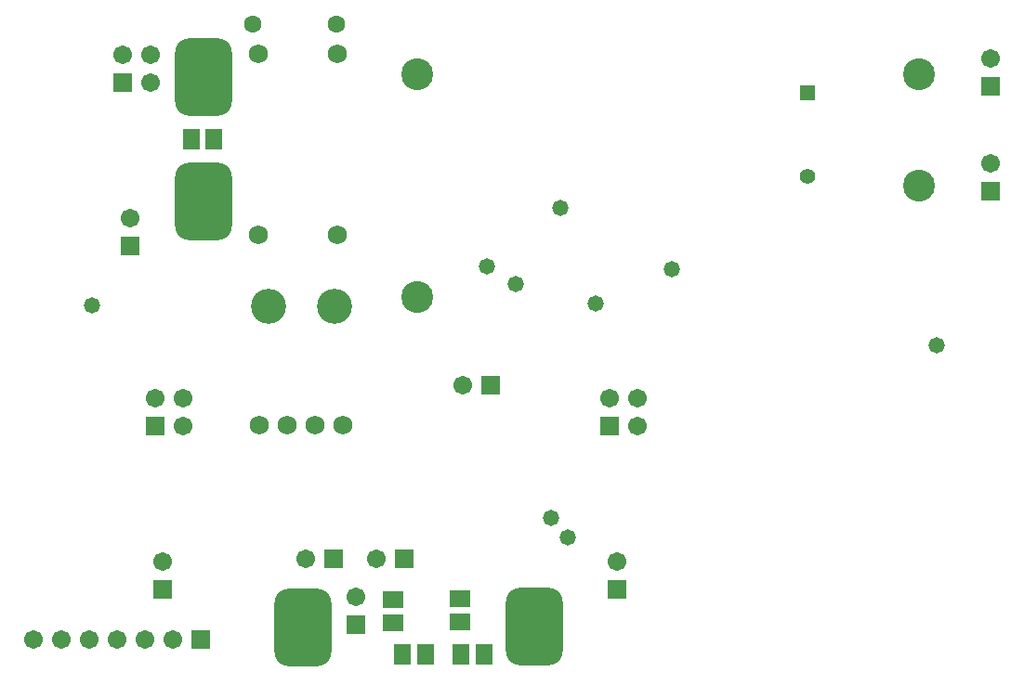
<source format=gts>
G04 Layer_Color=8388736*
%FSLAX25Y25*%
%MOIN*%
G70*
G01*
G75*
%ADD33R,0.07493X0.05839*%
G04:AMPARAMS|DCode=34|XSize=204.85mil|YSize=279.65mil|CornerRadius=53.21mil|HoleSize=0mil|Usage=FLASHONLY|Rotation=180.000|XOffset=0mil|YOffset=0mil|HoleType=Round|Shape=RoundedRectangle|*
%AMROUNDEDRECTD34*
21,1,0.20485,0.17323,0,0,180.0*
21,1,0.09843,0.27965,0,0,180.0*
1,1,0.10642,-0.04921,0.08661*
1,1,0.10642,0.04921,0.08661*
1,1,0.10642,0.04921,-0.08661*
1,1,0.10642,-0.04921,-0.08661*
%
%ADD34ROUNDEDRECTD34*%
%ADD35R,0.05839X0.07493*%
%ADD36R,0.06706X0.06706*%
%ADD37C,0.06706*%
%ADD38C,0.06800*%
%ADD39C,0.12611*%
%ADD40C,0.11430*%
%ADD41R,0.05524X0.05524*%
%ADD42C,0.05524*%
%ADD43C,0.06312*%
%ADD44R,0.06706X0.06706*%
%ADD45C,0.05800*%
D33*
X386000Y227000D02*
D03*
Y235189D02*
D03*
X410000Y235500D02*
D03*
Y227311D02*
D03*
D34*
X318000Y378279D02*
D03*
Y423000D02*
D03*
X436500Y225500D02*
D03*
X353500Y225279D02*
D03*
D35*
X418500Y215500D02*
D03*
X410311D02*
D03*
X397500D02*
D03*
X389311D02*
D03*
X313500Y400500D02*
D03*
X321689D02*
D03*
D36*
X466075Y238854D02*
D03*
X600331Y382000D02*
D03*
Y419500D02*
D03*
X303075Y238854D02*
D03*
X291575Y362354D02*
D03*
X463398Y297488D02*
D03*
X300398D02*
D03*
X288898Y420988D02*
D03*
X372500Y226279D02*
D03*
D37*
X466075Y248854D02*
D03*
X600331Y392000D02*
D03*
Y429500D02*
D03*
X303075Y248854D02*
D03*
X291575Y372354D02*
D03*
X473398Y307488D02*
D03*
X463398D02*
D03*
X473398Y297488D02*
D03*
X310398Y307488D02*
D03*
X300398D02*
D03*
X310398Y297488D02*
D03*
X298898Y430988D02*
D03*
X288898D02*
D03*
X298898Y420988D02*
D03*
X372500Y236280D02*
D03*
X354500Y249780D02*
D03*
X411000Y312280D02*
D03*
X380000Y249780D02*
D03*
X297000Y220779D02*
D03*
X307000D02*
D03*
X287000D02*
D03*
X277000D02*
D03*
X267000D02*
D03*
X257000D02*
D03*
D38*
X338000Y297779D02*
D03*
X348000D02*
D03*
X358000D02*
D03*
X368000D02*
D03*
X337500Y366319D02*
D03*
X365846D02*
D03*
X337500Y431280D02*
D03*
X365846D02*
D03*
D39*
X341189Y340496D02*
D03*
X364811D02*
D03*
D40*
X394500Y343779D02*
D03*
X574500Y383780D02*
D03*
X394500Y423779D02*
D03*
X574500D02*
D03*
D41*
X534500Y417279D02*
D03*
D42*
Y387280D02*
D03*
D43*
X365500Y441780D02*
D03*
X335500D02*
D03*
D44*
X364500Y249780D02*
D03*
X421000Y312280D02*
D03*
X390000Y249780D02*
D03*
X317000Y220779D02*
D03*
D45*
X581000Y326500D02*
D03*
X278000Y341000D02*
D03*
X448500Y257500D02*
D03*
X430000Y348500D02*
D03*
X419500Y355000D02*
D03*
X446000Y376000D02*
D03*
X458500Y341500D02*
D03*
X486000Y354000D02*
D03*
X442500Y264500D02*
D03*
M02*

</source>
